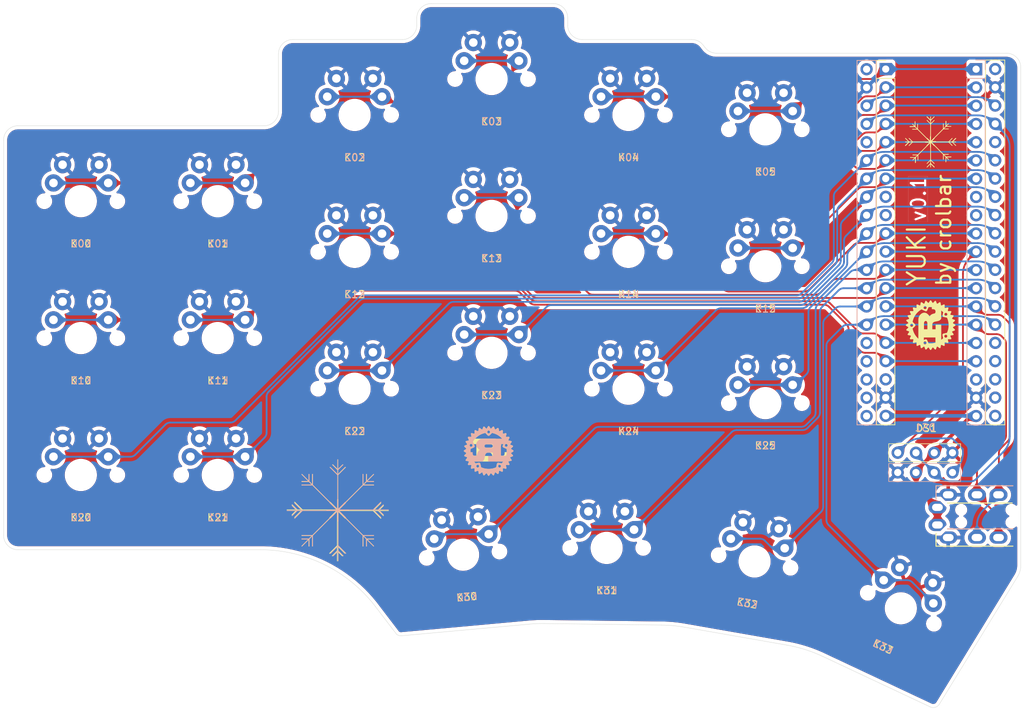
<source format=kicad_pcb>
(kicad_pcb (version 20240108) (generator "pcbnew") (generator_version "8.0")
  (title_block (title "YUKI") (date "2024-04-07") (rev "V0.1") (company "Author: crolbar"))
  (layers (0 "F.Cu" signal) (31 "B.Cu" signal) (34 "B.Paste" user) (35 "F.Paste" user) (36 "B.SilkS" user "B.Silkscreen") (37 "F.SilkS" user "F.Silkscreen") (38 "B.Mask" user) (39 "F.Mask" user) (44 "Edge.Cuts" user))
  (net 0 "")
  (net 1 "/RX")
  (net 2 "GND")
  (net 3 "+3V3")
  (net 4 "/TX")
  (net 5 "/k00")
  (net 6 "/k10")
  (net 7 "/k20")
  (net 8 "/k01")
  (net 9 "/k11")
  (net 10 "/k21")
  (net 11 "/k02")
  (net 12 "/k12")
  (net 13 "/k22")
  (net 14 "/k03")
  (net 15 "/k13")
  (net 16 "/k23")
  (net 17 "/k30")
  (net 18 "/k04")
  (net 19 "/k14")
  (net 20 "/k24")
  (net 21 "/k31")
  (net 22 "/k05")
  (net 23 "/k15")
  (net 24 "/k25")
  (net 25 "/k32")
  (net 26 "/k33")
  (net 27 "/SCL")
  (net 28 "/SDA")
  (footprint "YUKI:SNOWFLAKE_SMALL" (layer "F.Cu") (at 187 61.75)
    (property "Reference" "REF**" (hide yes))
    (property "Value" "SNOWFLAKE_SMALL" (hide yes))
  )
  (footprint "YUKI:CherryMX_rev" (layer "F.Cu") (at 87.8 89.05)
    (property "Reference" "K11" (hide yes))
    (property "Value" "KEYSW" (hide yes))
  )
  (footprint "YUKI:CherryMX_rev" (layer "F.Cu") (at 68.75 89.05)
    (property "Reference" "K10" (hide yes))
    (property "Value" "KEYSW" (hide yes))
  )
  (footprint "YUKI:CherryMX_rev" (layer "F.Cu") (at 164 79.05)
    (property "Reference" "K15" (hide yes))
    (property "Value" "KEYSW" (hide yes))
  )
  (footprint "YUKI:RUST_GEAR" (layer "F.Cu") (at 187 87.25 90)
    (property "Reference" "G***" (hide yes))
    (property "Value" "LOGO" (hide yes))
  )
  (footprint "YUKI:CherryMX_rev" (layer "F.Cu") (at 87.8 108.1)
    (property "Reference" "K21" (hide yes))
    (property "Value" "KEYSW" (hide yes))
  )
  (footprint "YUKI:CherryMX_rev" (layer "F.Cu") (at 164 98.1)
    (property "Reference" "K25" (hide yes))
    (property "Value" "KEYSW" (hide yes))
  )
  (footprint "YUKI:CherryMX_rev" (layer "F.Cu") (at 182.854044 126.646901 -25)
    (property "Reference" "K33" (hide yes))
    (property "Value" "KEYSW" (hide yes))
  )
  (footprint "YUKI:CherryMX_rev" (layer "F.Cu") (at 141.92 118.25)
    (property "Reference" "K31" (hide yes))
    (property "Value" "KEYSW" (hide yes))
  )
  (footprint "YUKI:CherryMX_rev" (layer "F.Cu") (at 106.85 96.1)
    (property "Reference" "K22" (hide yes))
    (property "Value" "KEYSW" (hide yes))
  )
  (footprint "YUKI:SNOWFLAKE" (layer "F.Cu") (at 104.5 113)
    (property "Reference" "REF**" (hide yes))
    (property "Value" "SNOWFLAKE" (hide yes))
  )
  (footprint "YUKI:CherryMX_rev" (layer "F.Cu") (at 162.502823 120.132133 -10)
    (property "Reference" "K32" (hide yes))
    (property "Value" "KEYSW" (hide yes))
  )
  (footprint "YUKI:CherryMX_rev" (layer "F.Cu") (at 106.85 77.05)
    (property "Reference" "K12" (hide yes))
    (property "Value" "KEYSW" (hide yes))
  )
  (footprint "YUKI:CherryMX_rev" (layer "F.Cu") (at 68.75 70)
    (property "Reference" "K00" (hide yes))
    (property "Value" "KEYSW" (hide yes))
  )
  (footprint "YUKI:YUKI_YAAJ_WeAct_BlackPill_2" (layer "F.Cu") (at 178.21 51.61)
    (property "Reference" "U1" (hide yes))
    (property "Value" "YAAJ_WeAct_BlackPill_Part_Like" (hide yes))
  )
  (footprint "YUKI:CherryMX_rev" (layer "F.Cu") (at 144.95 96.1)
    (property "Reference" "K24" (hide yes))
    (property "Value" "KEYSW" (hide yes))
  )
  (footprint "YUKI:MJ-4PP-9_Cantor_MX_TX-RX_Crossover" (layer "F.Cu") (at 199.75 114.7 -90)
    (property "Reference" "J1")
    (property "Value" "TRRS" (hide yes))
  )
  (footprint "YUKI:OLED" (layer "F.Cu") (at 185.92 106.5)
    (property "Reference" "DS1")
    (property "Value" "OLED")
  )
  (footprint "YUKI:CherryMX_rev" (layer "F.Cu") (at 121.939331 119.192751 5)
    (property "Reference" "K30" (hide yes))
    (property "Value" "KEYSW" (hide yes))
  )
  (footprint "YUKI:CherryMX_rev" (layer "F.Cu") (at 106.85 58)
    (property "Reference" "K02" (hide yes))
    (property "Value" "KEYSW" (hide yes))
  )
  (footprint "YUKI:CherryMX_rev" (layer "F.Cu") (at 125.9 91.1)
    (property "Reference" "K23" (hide yes))
    (property "Value" "KEYSW" (hide yes))
  )
  (footprint "YUKI:CherryMX_rev" (layer "F.Cu") (at 164 60)
    (property "Reference" "K05" (hide yes))
    (property "Value" "KEYSW" (hide yes))
  )
  (footprint "YUKI:CherryMX_rev" (layer "F.Cu") (at 125.9 72.05)
    (property "Reference" "K13" (hide yes))
    (property "Value" "KEYSW" (hide yes))
  )
  (footprint "YUKI:RUST_GEAR" (layer "F.Cu") (at 125.5 104.75)
    (property "Reference" "G***" (hide yes))
    (property "Value" "LOGO" (hide yes))
  )
  (footprint "YUKI:CherryMX_rev" (layer "F.Cu") (at 144.95 58)
    (property "Reference" "K04" (hide yes))
    (property "Value" "KEYSW" (hide yes))
  )
  (footprint "YUKI:CherryMX_rev" (layer "F.Cu") (at 144.95 77.05)
    (property "Reference" "K14" (hide yes))
    (property "Value" "KEYSW" (hide yes))
  )
  (footprint "YUKI:CherryMX_rev" (layer "F.Cu") (at 125.9 53)
    (property "Reference" "K03" (hide yes))
    (property "Value" "KEYSW" (hide yes))
  )
  (footprint "YUKI:CherryMX_rev" (layer "F.Cu") (at 87.8 70)
    (property "Reference" "K01" (hide yes))
    (property "Value" "KEYSW" (hide yes))
  )
  (footprint "YUKI:CherryMX_rev" (layer "F.Cu") (at 68.75 108.1)
    (property "Reference" "K20" (hide yes))
    (property "Value" "KEYSW" (hide yes))
  )
  (footprint "YUKI:RUST_GEAR" (layer "B.Cu") (at 125.5 104.75 180)
    (property "Reference" "G***" (hide yes))
    (property "Value" "LOGO" (hide yes))
  )
  (footprint "YUKI:SNOWFLAKE" (layer "B.Cu") (at 104.5 113 180)
    (property "Reference" "REF**" (hide yes))
    (property "Value" "SNOWFLAKE" (hide yes))
  )
  (gr_arc (start 60 118.5) (mid 58.585786 117.914214) (end 58 116.5) (stroke (width 0.05)) (layer "Edge.Cuts"))
  (gr_line (start 113.382929 130.465188) (end 131.166257 128.848522) (stroke (width 0.05)) (layer "Edge.Cuts"))
  (gr_arc (start 149.562756 128.978255) (mid 151.163475 129.063106) (end 152.752257 129.275876) (stroke (width 0.05)) (layer "Edge.Cuts"))
  (gr_arc (start 115.5 45.5) (mid 114.914214 46.914214) (end 113.5 47.5) (stroke (width 0.05)) (layer "Edge.Cuts"))
  (gr_arc (start 138.5 47.5) (mid 137.085786 46.914214) (end 136.5 45.5) (stroke (width 0.05)) (layer "Edge.Cuts"))
  (gr_arc (start 134.5 42.5) (mid 135.914214 43.085786) (end 136.5 44.5) (stroke (width 0.05)) (layer "Edge.Cuts"))
  (gr_line (start 60 118.5) (end 93.754447 118.5) (stroke (width 0.05)) (layer "Edge.Cuts"))
  (gr_line (start 113.5 47.5) (end 98.25 47.5) (stroke (width 0.05)) (layer "Edge.Cuts"))
  (gr_arc (start 115.5 44.5) (mid 116.085786 43.085786) (end 117.5 42.5) (stroke (width 0.05)) (layer "Edge.Cuts"))
  (gr_line (start 115.5 44.5) (end 115.5 45.5) (stroke (width 0.05)) (layer "Edge.Cuts"))
  (gr_line (start 94.25 59.5) (end 60 59.5) (stroke (width 0.05)) (layer "Edge.Cuts"))
  (gr_line (start 100.079002 119.526334) (end 100.160119 119.553373) (stroke (width 0.05)) (layer "Edge.Cuts"))
  (gr_line (start 197.55 49.4) (end 157.200888 49.4) (stroke (width 0.05)) (layer "Edge.Cuts"))
  (gr_arc (start 166.980714 131.765374) (mid 169.563812 132.396795) (end 172.040314 133.365312) (stroke (width 0.05)) (layer "Edge.Cuts"))
  (gr_arc (start 96.25 57.5) (mid 95.664214 58.914214) (end 94.25 59.5) (stroke (width 0.05)) (layer "Edge.Cuts"))
  (gr_arc (start 93.754447 118.5) (mid 96.958092 118.758251) (end 100.079002 119.526334) (stroke (width 0.05)) (layer "Edge.Cuts"))
  (gr_arc (start 153.768353 47.5) (mid 154.649575 47.704604) (end 155.350496 48.276553) (stroke (width 0.05)) (layer "Edge.Cuts"))
  (gr_line (start 136.5 45.5) (end 136.5 44.5) (stroke (width 0.05)) (layer "Edge.Cuts"))
  (gr_line (start 153.768353 47.5) (end 138.5 47.5) (stroke (width 0.05)) (layer "Edge.Cuts"))
  (gr_line (start 112.692393 130.269295) (end 109.734557 126.393531) (stroke (width 0.05)) (layer "Edge.Cuts"))
  (gr_line (start 199.55 51.4) (end 199.55 120.661049) (stroke (width 0.05)) (layer "Edge.Cuts"))
  (gr_arc (start 100.160119 119.553373) (mid 105.461764 122.25339) (end 109.734557 126.393531) (stroke (width 0.05)) (layer "Edge.Cuts"))
  (gr_line (start 172.040314 133.365312) (end 186.939236 140.367139) (stroke (width 0.05)) (layer "Edge.Cuts"))
  (gr_line (start 96.25 49.5) (end 96.25 57.5) (stroke (width 0.05)) (layer "Edge.Cuts"))
  (gr_line (start 188.218719 139.985654) (end 199.113456 122.219475) (stroke (width 0.05)) (layer "Edge.Cuts"))
  (gr_line (start 133.23443 128.768044) (end 149.562756 128.978255) (stroke (width 0.05)) (layer "Edge.Cuts"))
  (gr_line (start 152.752257 129.275876) (end 166.980714 131.765374) (stroke (width 0.05)) (layer "Edge.Cuts"))
  (gr_line (start 134.5 42.5) (end 117.5 42.5) (stroke (width 0.05)) (layer "Edge.Cuts"))
  (gr_arc (start 197.55 49.4) (mid 198.964214 49.985786) (end 199.55 51.4) (stroke (width 0.05)) (layer "Edge.Cuts"))
  (gr_arc (start 58 61.5) (mid 58.585786 60.085786) (end 60 59.5) (stroke (width 0.05)) (layer "Edge.Cuts"))
  (gr_arc (start 96.25 49.5) (mid 96.835786 48.085786) (end 98.25 47.5) (stroke (width 0.05)) (layer "Edge.Cuts"))
  (gr_arc (start 131.166257 128.848522) (mid 132.199302 128.781511) (end 133.23443 128.768044) (stroke (width 0.05)) (layer "Edge.Cuts"))
  (gr_arc (start 113.382929 130.465188) (mid 113.019479 130.431333) (end 112.692393 130.269295) (stroke (width 0.05)) (layer "Edge.Cuts"))
  (gr_line (start 58 61.5) (end 58 116.5) (stroke (width 0.05)) (layer "Edge.Cuts"))
  (gr_line (start 155.618745 48.623448) (end 155.350496 48.276553) (stroke (width 0.05)) (layer "Edge.Cuts"))
  (gr_arc (start 188.218719 139.985654) (mid 187.651965 140.421231) (end 186.939236 140.367139) (stroke (width 0.05)) (layer "Edge.Cuts"))
  (gr_arc (start 157.200888 49.4) (mid 156.319666 49.195396) (end 155.618745 48.623448) (stroke (width 0.05)) (layer "Edge.Cuts"))
  (gr_arc (start 199.55 120.661049) (mid 199.438803 121.470256) (end 199.113456 122.219475) (stroke (width 0.05)) (layer "Edge.Cuts"))
  (gr_text "v0.1" (at 186.5 73 90) (layer "F.Cu" knockout) (effects (font (size 2 2) (thickness 0.3)) (justify left bottom)))
  (gr_text "by crolbar\n" (at 190 82 90) (layer "F.SilkS") (effects (font (size 2 2) (thickness 0.3)) (justify left bottom)))
  (gr_text "DS1" (at 186.4 101.6 0) (layer "F.SilkS") (effects (font (size 1 1))))
  (gr_text "YUKI" (at 186.5 82 90) (layer "F.SilkS") (effects (font (size 2.5 2.5) (thickness 0.3)) (justify left bottom)))
  (segment (start 197.5 102.585786) (end 197.5 89.828428) (width 0.25) (layer "F.Cu") (net 1))
  (segment (start 193.45 110.85) (end 193.45 110.957274) (width 0.2) (layer "F.Cu") (net 1))
  (segment (start 196.171572 88.5) (end 195.054214 88.5) (width 0.25) (layer "F.Cu") (net 1))
  (segment (start 194.035787 106.464213) (end 197.207107 103.292893) (width 0.25) (layer "F.Cu") (net 1))
  (segment (start 193.45 110.85) (end 193.45 107.878427) (width 0.25) (layer "F.Cu") (net 1))
  (segment (start 195.57132 112.97132) (end 193.45 110.85) (width 0.25) (layer "F.Cu") (net 1))
  (segment (start 194.347107 88.207107) (end 193.33 87.19) (width 0.25) (layer "F.Cu") (net 1))
  (segment (start 196.45 116.8) (end 196.45 115.092641) (width 0.25) (layer "F.Cu") (net 1))
  (segment (start 197.207107 89.121321) (end 196.878679 88.792893) (width 0.25) (layer "F.Cu") (net 1))
  (arc (start 195.57132 112.97132) (mid 196.221639 113.94459) (end 196.45 115.092641) (width 0.25) (layer "F.Cu") (net 1))
  (arc (start 197.5 89.828428) (mid 197.42388 89.445745) (end 197.207107 89.121321) (width 0.25) (layer "F.Cu") (net 1))
  (arc (start 195.054214 88.5) (mid 194.67153 88.42388) (end 194.347107 88.207107) (width 0.25) (layer "F.Cu") (net 1))
  (arc (start 193.45 107.878427) (mid 193.602241 107.11306) (end 194.035787 106.464213) (width 0.25) (layer "F.Cu") (net 1))
  (arc (start 196.878679 88.792893) (mid 196.554256 88.57612) (end 196.171572 88.5) (width 0.25) (layer "F.Cu") (net 1))
  (arc (start 197.207107 103.292893) (mid 197.42388 102.96847) (end 197.5 102.585786) (width 0.25) (layer "F.Cu") (net 1))
  (segment (start 193.31 87.17) (end 193.33 87.19) (width 0.25) (layer "B.Cu") (net 1))
  (segment (start 180.75 87.17) (end 193.31 87.17) (width 0.25) (layer "B.Cu") (net 1))
  (segment (start 187.5 105.21) (end 187.5 105) (width 0.2) (layer "F.Cu") (net 3))
  (segment (start 184.96 107.75) (end 184.96 108.367359) (width 0.2) (layer "F.Cu") (net 3))
  (segment (start 184.96 107.54) (end 187.5 105) (width 0.5) (layer "F.Cu") (net 3))
  (segment (start 187.5 105) (end 192.61 99.89) (width 0.5) (layer "F.Cu") (net 3))
  (segment (start 187.95 115.05) (end 187.95 112.6) (width 0.5) (layer "F.Cu") (net 3))
  (segment (start 187.5 105) (end 188 105) (width 0.2) (layer "F.Cu") (net 3))
  (segment (start 192.61 99.89) (end 193.33 99.89) (width 0.5) (layer "F.Cu") (net 3))
  (segment (start 187.95 112.6) (end 185.838679 110.488679) (width 0.5) (layer "F.Cu") (net 3))
  (segment (start 193.11 99.89) (end 193.33 99.89) (width 0.2) (layer "F.Cu") (net 3))
  (segment (start 184.96 108.367359) (end 184.96 107.75) (width 0.5) (layer "F.Cu") (net 3))
  (segment (start 184.96 107.75) (end 184.96 107.54) (width 0.5) (layer "F.Cu") (net 3))
  (arc (start 184.96 108.367359) (mid 185.188361 109.515409) (end 185.838679 110.488679) (width 0.5) (layer "F.Cu") (net 3))
  (segment (start 195.69368 56.39368) (end 195.99 56.69) (width 0.25) (layer "B.Cu") (net 3))
  (segment (start 178.09 56.71) (end 178.406321 56.393679) (width 0.25) (layer "B.Cu") (net 3))
  (segment (start 193.31 99.87) (end 180.75 99.87) (width 0.5) (layer "B.Cu") (net 3))
  (segment (start 180.527641 55.515) (end 193.572359 55.515) (width 0.25) (layer "B.Cu") (net 3))
  (segment (start 178.09 56.71) (end 178.381321 56.418679) (width 0.2) (layer "B.Cu") (net 3))
  (segment (start 195.71868 56.41868) (end 195.99 56.69) (width 0.2) (layer "B.Cu") (net 3))
  (segment (start 193.33 99.89) (end 193.31 99.87) (width 0.2) (layer "B.Cu") (net 3))
  (arc (start 193.572359 55.515) (mid 194.72041 55.743362) (end 195.69368 56.39368) (width 0.25) (layer "B.Cu") (net 3))
  (arc (start 178.406321 56.393679) (mid 179.379591 55.743361) (end 180.527641 55.515) (width 0.25) (layer "B.Cu") (net 3))
  (segment (start 197.097893 86.097893) (end 197.707107 86.707107) (width 0.25) (layer "F.Cu") (net 4))
  (segment (start 196.5 105.05061) (end 196.5 110.8) (width 0.25) (layer "F.Cu") (net 4))
  (segment (start 197.707107 103.429289) (end 196.792893 104.343503) (width 0.25) (layer "F.Cu") (net 4))
  (segment (start 198 87.414214) (end 198 102.722182) (width 0.25) (layer "F.Cu") (net 4))
  (segment (start 196.5 110.8) (end 196.45 110.85) (width 0.25) (layer "F.Cu") (net 4))
  (segment (start 193.33 84.65) (end 194.192107 85.512107) (width 0.25) (layer "F.Cu") (net 4))
  (segment (start 194.899214 85.805) (end 196.390786 85.805) (width 0.25) (layer "F.Cu") (net 4))
  (arc (start 197.707107 86.707107) (mid 197.92388 87.03153) (end 198 87.414214) (width 0.25) (layer "F.Cu") (net 4))
  (arc (start 194.192107 85.512107) (mid 194.51653 85.72888) (end 194.899214 85.805) (width 0.25) (layer "F.Cu") (net 4))
  (arc (start 197.707107 103.429289) (mid 197.92388 103.104866) (end 198 102.722182) (width 0.25) (layer "F.Cu") (net 4))
  (arc (start 196.792893 104.343503) (mid 196.57612 104.667926) (end 196.5 105.05061) (width 0.25) (layer "F.Cu") (net 4))
  (arc (start 197.097893 86.097893) (mid 196.77347 85.88112) (end 196.390786 85.805) (width 0.25) (layer "F.Cu") (net 4))
  (segment (start 193.45 116.8) (end 193.45 115.092641) (width 0.25) (layer "B.Cu") (net 4))
  (segment (start 193.31 84.63) (end 193.33 84.65) (width 0.25) (layer "B.Cu") (net 4))
  (segment (start 194.32868 112.97132) (end 196.45 110.85) (width 0.25) (layer "B.Cu") (net 4))
  (segment (start 180.75 84.63) (end 193.31 84.63) (width 0.25) (layer "B.Cu") (net 4))
  (arc (start 193.45 115.092641) (mid 193.678362 113.94459) (end 194.32868 112.97132) (width 0.25) (layer "B.Cu") (net 4))
  (segment (start 176.376978 65.092893) (end 176.496192 65.212107) (width 0.25) (layer "F.Cu") (net 5))
  (segment (start 102.783114 64.8) (end 175.669871 64.8) (width 0.25) (layer "F.Cu") (net 5))
  (segment (start 177.203299 65.505) (end 179.140786 65.505) (width 0.25) (layer "F.Cu") (net 5))
  (segment (start 94.461793 72.707107) (end 102.076007 65.092893) (width 0.25) (layer "F.Cu") (net 5))
  (segment (start 75.645786 67.46) (end 72.56 67.46) (width 0.25) (layer "F.Cu") (net 5))
  (segment (start 81.307107 72.707107) (end 76.352893 67.752893) (width 0.25) (layer "F.Cu") (net 5))
  (segment (start 179.847893 65.212107) (end 180.75 64.31) (width 0.25) (layer "F.Cu") (net 5))
  (segment (start 82.014214 73) (end 93.754686 73) (width 0.25) (layer "F.Cu") (net 5))
  (arc (start 102.076007 65.092893) (mid 102.40043 64.87612) (end 102.783114 64.8) (width 0.25) (layer "F.Cu") (net 5))
  (arc (start 93.754686 73) (mid 94.13737 72.92388) (end 94.461793 72.707107) (width 0.25) (layer "F.Cu") (net 5))
  (arc (start 175.669871 64.8) (mid 176.052555 64.87612) (end 176.376978 65.092893) (width 0.25) (layer "F.Cu") (net 5))
  (arc (start 75.645786 67.46) (mid 76.028469 67.53612) (end 76.352893 67.752893) (width 0.25) (layer "F.Cu") (net 5))
  (arc (start 176.496192 65.212107) (mid 176.820615 65.42888) (end 177.203299 65.505) (width 0.25) (layer "F.Cu") (net 5))
  (arc (start 179.140786 65.505) (mid 179.523469 65.42888) (end 179.847893 65.212107) (width 0.25) (layer "F.Cu") (net 5))
  (arc (start 82.014214 73) (mid 81.631531 72.92388) (end 81.307107 72.707107) (width 0.25) (layer "F.Cu") (net 5))
  (segment (start 72.56 67.46) (end 64.94 67.46) (width 0.25) (layer "B.Cu") (net 5))
  (segment (start 193.31 64.31) (end 193.33 64.33) (width 0.25) (layer "B.Cu") (net 5))
  (segment (start 180.75 64.31) (end 193.31 64.31) (width 0.25) (layer "B.Cu") (net 5))
  (segment (start 175.588909 88.774695) (end 175.588909 87.839519) (width 0.25) (layer "F.Cu") (net 6))
  (segment (start 172.14939 84.4) (end 131.941422 84.4) (width 0.25) (layer "F.Cu") (net 6))
  (segment (start 177.202107 90.802107) (end 175.881802 89.481802) (width 0.25) (layer "F.Cu") (net 6))
  (segment (start 131.234315 84.107107) (end 129.870101 82.742893) (width 0.25) (layer "F.Cu") (net 6))
  (segment (start 105.257107 82.742893) (end 94.692893 93.307107) (width 0.25) (layer "F.Cu") (net 6))
  (segment (start 180.75 92.25) (end 179.887893 91.387893) (width 0.25) (layer "F.Cu") (net 6))
  (segment (start 129.162994 82.45) (end 105.964214 82.45) (width 0.25) (layer "F.Cu") (net 6))
  (segment (start 93.985786 93.6) (end 83.414214 93.6) (width 0.25) (layer "F.Cu") (net 6))
  (segment (start 82.707107 93.307107) (end 76.202893 86.802893) (width 0.25) (layer "F.Cu") (net 6))
  (segment (start 75.495786 86.51) (end 72.56 86.51) (width 0.25) (layer "F.Cu") (net 6))
  (segment (start 175.296016 87.132412) (end 172.856497 84.692893) (width 0.25) (layer "F.Cu") (net 6))
  (segment (start 179.180786 91.095) (end 177.909214 91.095) (width 0.25) (layer "F.Cu") (net 6))
  (arc (start 105.964214 82.45) (mid 105.581531 82.52612) (end 105.257107 82.742893) (width 0.25) (layer "F.Cu") (net 6))
  (arc (start 129.870101 82.742893) (mid 129.545677 82.52612) (end 129.162994 82.45) (width 0.25) (layer "F.Cu") (net 6))
  (arc (start 131.941422 84.4) (mid 131.558739 84.32388) (end 131.234315 84.107107) (width 0.25) (layer "F.Cu") (net 6))
  (arc (start 179.887893 91.387893) (mid 179.56347 91.17112) (end 179.180786 91.095) (width 0.25) (layer "F.Cu") (net 6))
  (arc (start 76.202893 86.802893) (mid 75.87847 86.58612) (end 75.495786 86.51) (width 0.25) (layer "F.Cu") (net 6))
  (arc (start 175.588909 87.839519) (mid 175.512789 87.456836) (end 175.296016 87.132412) (width 0.25) (layer "F.Cu") (net 6))
  (arc (start 177.909214 91.095) (mid 177.526531 91.01888) (end 177.202107 90.802107) (width 0.25) (layer "F.Cu") (net 6))
  (arc (start 172.856497 84.692893) (mid 172.532073 84.47612) (end 172.14939 84.4) (width 0.25) (layer "F.Cu") (net 6))
  (arc (start 83.414214 93.6) (mid 83.03153 93.52388) (end 82.707107 93.307107) (width 0.25) (layer "F.Cu") (net 6))
  (arc (start 94.692893 93.307107) (mid 94.368469 93.52388) (end 93.985786 93.6) (width 0.25) (layer "F.Cu") (net 6))
  (arc (start 175.881802 89.481802) (mid 175.665029 89.157379) (end 175.588909 88.774695) (width 0.25) (layer "F.Cu") (net 6))
  (segment (start 180.75 92.25) (end 193.31 92.25) (width 0.25) (layer "B.Cu") (net 6))
  (segment (start 193.31 92.25) (end 193.33 92.27) (width 0.25) (layer "B.Cu") (net 6))
  (segment (start 72.56 86.51) (end 64.94 86.51) (width 0.25) (layer "B.Cu") (net 6))
  (segment (start 180.527641 63.135) (end 193.572359 63.135) (width 0.25) (layer "B.Cu") (net 7))
  (segment (start 169.047309 82.807107) (end 173.234315 78.620101) (width 0.25) (layer "B.Cu") (net 7))
  (segment (start 173.820101 68.599899) (end 178.09 64.33) (width 0.25) (layer "B.Cu") (net 7))
  (segment (start 178.09 64.33) (end 178.381321 64.038679) (width 0.2) (layer "B.Cu") (net 7))
  (segment (start 72.56 105.56) (end 72.56 105.94) (width 0.25) (layer "B.Cu") (net 7))
  (segment (start 178.09 64.33) (end 178.406321 64.013679) (width 0.25) (layer "B.Cu") (net 7))
  (segment (start 195.69368 64.01368) (end 195.99 64.31) (width 0.25) (layer "B.Cu") (net 7))
  (segment (start 81.214214 100.8) (end 89.54939 100.8) (width 0.25) (layer "B.Cu") (net 7))
  (segment (start 173.527208 77.912994) (end 173.527208 69.307006) (width 0.25) (layer "B.Cu") (net 7))
  (segment (start 90.256497 100.507107) (end 107.370711 83.392893) (width 0.25) (layer "B.Cu") (net 7))
  (segment (start 72.56 105.56) (end 64.94 105.56) (width 0.25) (layer "B.Cu") (net 7))
  (segment (start 108.077818 83.1) (end 168.340202 83.1) (width 0.25) (layer "B.Cu") (net 7))
  (segment (start 195.71868 64.03868) (end 195.99 64.31) (width 0.2) (layer "B.Cu") (net 7))
  (segment (start 76.332893 105.267107) (end 80.507107 101.092893) (width 0.25) (layer "B.Cu") (net 7))
  (segment (start 72.56 105.56) (end 75.625786 105.56) (width 0.25) (layer "B.Cu") (net 7))
  (segment (start 72.56 105.94) (end 72.5 106) (width 0.25) (layer "B.Cu") (net 7))
  (arc (start 76.332893 105.267107) (mid 76.00847 105.48388) (end 75.625786 105.56) (width 0.25) (layer "B.Cu") (net 7))
  (arc (start 168.340202 83.1) (mid 168.722886 83.02388) (end 169.047309 82.807107) (width 0.25) (layer "B.Cu") (net 7))
  (arc (start 90.256497 100.507107) (mid 89.932074 100.72388) (end 89.54939 100.8) (width 0.25) (layer "B.Cu") (net 7))
  (arc (start 81.214214 100.8) (mid 80.831531 100.87612) (end 80.507107 101.092893) (width 0.25) (layer "B.Cu") (net 7))
  (arc (start 107.370711 83.392893) (mid 107.695134 83.17612) (end 108.077818 83.1) (width 0.25) (layer "B.Cu") (net 7))
  (arc (start 173.234315 78.620101) (mid 173.451088 78.295678) (end 173.527208 77.912994) (width 0.25) (layer "B.Cu") (net 7))
  (arc (start 180.527641 63.135) (mid 179.379591 63.363361) (end 178.406321 64.013679) (width 0.25) (layer "B.Cu") (net 7))
  (arc (start 173.527208 69.307006) (mid 173.603328 68.924322) (end 173.820101 68.599899) (width 0.25) (layer "B.Cu") (net 7))
  (arc (start 193.572359 63.135) (mid 194.72041 63.363362) (end 195.69368 64.01368) (width 0.25) (layer "B.Cu") (net 7))
  (segment (start 179.204088 62.998073) (end 179.396915 62.95972) (width 0.25) (layer "F.Cu") (net 8))
  (segment (start 179.812893 62.707107) (end 180.75 61.77) (width 0.25) (layer "F.Cu") (net 8))
  (segment (start 179.742026 62.77526) (end 179.812893 62.707107) (width 0.25) (layer "F.Cu") (net 8))
  (segment (start 179.578554 62.884485) (end 179.742026 62.77526) (width 0.25) (layer "F.Cu") (net 8))
  (segment (start 91.61 67.46) (end 94.427107 64.642893) (width 0.25) (layer "F.Cu") (net 8))
  (segment (start 177.130355 62.998073) (end 179.204088 62.998073) (width 0.25) (layer "F.Cu") (net 8))
  (segment (start 95.134214 64.35) (end 174.95 64.35) (width 0.25) (layer "F.Cu") (net 8))
  (segment (start 175.657107 64.057107) (end 176.423248 63.290966) (width 0.25) (layer "F.Cu") (net 8))
  (segment (start 179.396915 62.95972) (end 179.578554 62.884485) (width 0.25) (layer "F.Cu") (net 8))
  (arc (start 177.130355 62.998073) (mid 176.747672 63.074193) (end 176.423248 63.290966) (width 0.25) (layer "F.Cu") (net 8))
  (arc (start 95.134214 64.35) (mid 94.751531 64.42612) (end 94.427107 64.642893) (width 0.25) (layer "F.Cu") (net 8))
  (arc (start 174.95 64.35) (mid 175.332683 64.27388) (end 175.657107 64.057107) (width 0.25) (layer "F.Cu") (net 8))
  (segment (start 91.61 67.46) (end 83.99 67.46) (width 0.25) (layer "B.Cu") (net 8))
  (segment (start 193.31 61.77) (end 193.33 61.79) (width 0.25) (layer "B.Cu") (net 8))
  (segment (start 180.75 61.77) (end 193.31 61.77) (width 0.25) (layer "B.Cu") (net 8))
  (segment (start 132.091422 83.913604) (end 172.29939 83.913604) (width 0.25) (layer "F.Cu") (net 9))
  (segment (start 173.006497 84.206497) (end 176.907107 88.107107) (width 0.25) (layer "F.Cu") (net 9))
  (segment (start 130.056497 82.292893) (end 131.384315 83.620711) (width 0.25) (layer "F.Cu") (net 9))
  (segment (start 96.534214 82) (end 129.34939 82) (width 0.25) (layer "F.Cu") (net 9))
  (segment (start 91.61 86.51) (end 95.827107 82.292893) (width 0.25) (layer "F.Cu") (net 9))
  (segment (start 177.614214 88.4) (end 179.025786 88.4) (width 0.25) (layer "F.Cu") (net 9))
  (segment (start 179.732893 88.692893) (end 180.75 89.71) (width 0.25) (layer "F.Cu") (net 9))
  (arc (start 173.006497 84.206497) (mid 172.682074 83.989724) (end 172.29939 83.913604) (width 0.25) (layer "F.Cu") (net 9))
  (arc (start 179.732893 88.692893) (mid 179.40847 88.47612) (end 179.025786 88.4) (width 0.25) (layer "F.Cu") (net 9))
  (arc (start 131.384315 83.620711) (mid 131.708738 83.837484) (end 132.091422 83.913604) (width 0.25) (layer "F.Cu") (net 9))
  (arc (start 96.534214 82) (mid 96.151531 82.07612) (end 95.827107 82.292893) (width 0.25) (layer "F.Cu") (net 9))
  (arc (start 129.34939 82) (mid 129.732073 82.07612) (end 130.056497 82.292893) (width 0.25) (layer "F.Cu") (net 9))
  (arc (start 177.614214 88.4) (mid 177.231531 88.32388) (end 176.907107 88.107107) (width 0.25) (layer "F.Cu") (net 9))
  (segment (start 180.75 89.71) (end 193.31 89.71) (width 0.25) (layer "B.Cu") (net 9))
  (segment (start 193.31 89.71) (end 193.33 89.73) (width 0.25) (layer "B.Cu") (net 9))
  (segment (start 91.61 86.51) (end 83.99 86.51) (width 0.25) (layer "B.Cu") (net 9))
  (segment (start 178.09 66.87) (end 178.381321 66.578679) (width 0.2) (layer "B.Cu") (net 10))
  (segment (start 108.264214 83.55) (end 168.526598 83.55) (width 0.25) (layer "B.Cu") (net 10))
  (segment (start 91.865 105.305) (end 91.895 105.305) (width 0.25) (layer "B.Cu") (net 10))
  (segment (start 195.69368 66.55368) (end 195.99 66.85) (width 0.25) (layer "B.Cu") (net 10))
  (segment (start 174.292893 70.667107) (end 178.09 66.87) (width 0.25) (layer "B.Cu") (net 10))
  (segment (start 94.892893 96.507107) (end 107.557107 83.842893) (width 0.25) (layer "B.Cu") (net 10))
  (segment (start 91.61 105.56) (end 91.865 105.305) (width 0.25) (layer "B.Cu") (net 10))
  (segment (start 174 78.076598) (end 174 71.374214) (width 0.25) (layer "B.Cu") (net 10))
  (segment (start 91.895 105.305) (end 94.307107 102.892893) (width 0.25) (layer "B.Cu") (net 10))
  (segment (start 169.233705 83.257107) (end 173.707107 78.783705) (width 0.25) (layer "B.Cu") (net 10))
  (segment (start 83.99 105.56) (end 91.61 105.56) (width 0.25) (layer "B.Cu") (net 10))
  (segment (start 178.09 66.87) (end 178.406321 66.553679) (width 0.25) (layer "B.Cu") (net 10))
  (segment (start 180.527641 65.675) (end 193.572359 65.675) (width 0.25) (layer "B.Cu") (net 10))
  (segment (start 195.71868 66.57868) (end 195.99 66.85) (width 0.2) (layer "B.Cu") (net 10))
  (segment (start 94.6 102.185786) (end 94.6 97.214214) (width 0.25) (layer "B.Cu") (net 10))
  (arc (start 94.6 102.185786) (mid 94.52388 102.568469) (end 94.307107 102.892893) (width 0.25) (layer "B.Cu") (net 10))
  (arc (start 193.572359 65.675) (mid 194.72041 65.903362) (end 195.69368 66.55368) (width 0.25) (layer "B.Cu") (net 10))
  (arc (start 173.707107 78.783705) (mid 173.92388 78.459282) (end 174 78.076598) (width 0.25) (layer "B.Cu") (net 10))
  (arc (start 174 71.374214) (mid 174.07612 70.99153) (end 174.292893 70.667107) (width 0.25) (layer "B.Cu") (net 10))
  (arc (start 178.406321 66.553679) (mid 179.379591 65.903361) (end 180.527641 65.675) (width 0.25) (layer "B.Cu") (net 10))
  (arc (start 168.526598 83.55) (mid 168.909282 83.47388) (end 169.233705 83.257107) (width 0.25) (layer "B.Cu") (net 10))
  (arc (start 107.557107 83.842893) (mid 107.88153 83.62612) (end 108.264214 83.55) (width 0.25) (layer "B.Cu") (net 10))
  (arc (start 94.892893 96.507107) (mid 94.67612 96.83153) (end 94.6 97.214214) (width 0.25) (layer "B.Cu") (net 10))
  (segment (start 179.847893 60.132107) (end 180.75 59.23) (width 0.25) (layer "F.Cu") (net 11))
  (segment (start 110.66 55.46) (end 111.415845 56.215845) (width 0.25) (layer "F.Cu") (net 11))
  (segment (start 179.431915 60.38472) (end 179.613554 60.309485) (width 0.25) (layer "F.Cu") (net 11))
  (segment (start 179.140786 60.425) (end 179.239088 60.423073) (width 0.25) (layer "F.Cu") (net 11))
  (segment (start 174.611192 63.607107) (end 177.500406 60.717893) (width 0.25) (layer "F.Cu") (net 11))
  (segment (start 179.777026 60.20026) (end 179.847893 60.132107) (width 0.25) (layer "F.Cu") (net 11))
  (segment (start 178.109212 60.426936) (end 178.207513 60.425) (width 0.25) (layer "F.Cu") (net 11))
  (segment (start 177.500406 60.717893) (end 177.571279 60.649748) (width 0.25) (layer "F.Cu") (net 11))
  (segment (start 177.571279 60.649748) (end 177.734749 60.540523) (width 0.25) (layer "F.Cu") (net 11))
  (segment (start 179.239088 60.423073) (end 179.431915 60.38472) (width 0.25) (layer "F.Cu") (net 11))
  (segment (start 131.292893 56.492893) (end 138.407107 63.607107) (width 0.25) (layer "F.Cu") (net 11))
  (segment (start 178.207513 60.425) (end 179.140786 60.425) (width 0.25) (layer "F.Cu") (net 11))
  (segment (start 111.415845 56.215845) (end 130.798261 56.215845) (width 0.25) (layer "F.Cu") (net 11))
  (segment (start 177.916387 60.465289) (end 178.109212 60.426936) (width 0.25) (layer "F.Cu") (net 11))
  (segment (start 139.114214 63.9) (end 173.904085 63.9) (width 0.25) (layer "F.Cu") (net 11))
  (segment (start 177.734749 60.540523) (end 177.916387 60.465289) (width 0.25) (layer "F.Cu") (net 11))
  (segment (start 179.613554 60.309485) (end 179.777026 60.20026) (width 0.25) (layer "F.Cu") (net 11))
  (arc (start 138.407107 63.607107) (mid 138.73153 63.82388) (end 139.114214 63.9) (width 0.25) (layer "F.Cu") (net 11))
  (arc (start 173.904085 63.9) (mid 174.286768 63.82388) (end 174.611192 63.607107) (width 0.25) (layer "F.Cu") (net 11))
  (arc (start 130.798261 56.215845) (mid 131.065403 56.319539) (end 131.292893 56.492893) (width 0.25) (layer "F.Cu") (net 11))
  (segment (start 180.75 59.23) (end 193.31 59.23) (width 0.25) (layer "B.Cu") (net 11))
  (segment (start 110.66 55.46) (end 103.04 55.46) (width 0.25) (layer "B.Cu") (net 11))
  (segment (start 193.31 59.23) (end 193.33 59.25) (width 0.25) (layer "B.Cu") (net 11))
  (segment (start 179.669289 83.170711) (end 180.75 82.09) (width 0.25) (layer "F.Cu") (net 12))
  (segment (start 132.277818 83.463604) (end 178.962182 83.463604) (width 0.25) (layer "F.Cu") (net 12))
  (segment (start 110.66 74.51) (end 122.495786 74.51) (width 0.25) (layer "F.Cu") (net 12))
  (segment (start 123.202893 74.802893) (end 131.570711 83.170711) (width 0.25) (layer "F.Cu") (net 12))
  (arc (start 132.277818 83.463604) (mid 131.895135 83.387484) (end 131.570711 83.170711) (width 0.25) (layer "F.Cu") (net 12))
  (arc (start 122.495786 74.51) (mid 122.878469 74.58612) (end 123.202893 74.802893) (width 0.25) (layer "F.Cu") (net 12))
  (arc (start 178.962182 83.463604) (mid 179.344865 83.387484) (end 179.669289 83.170711) (width 0.25) (layer "F.Cu") (net 12))
  (segment (start 193.31 82.09) (end 193.33 82.11) (width 0.25) (layer "B.Cu") (net 12))
  (segment (start 110.66 74.51) (end 103.04 74.51) (width 0.25) (layer "B.Cu") (net 12))
  (segment (start 180.75 82.09) (end 193.31 82.09) (width 0.25) (layer "B.Cu") (net 12))
  (segment (start 110.66 93.56) (end 119.927107 84.292893) (width 0.25) (layer "B.Cu") (net 13))
  (segment (start 195.52368 68.92368) (end 195.99 69.39) (width 0.25) (layer "B.Cu") (net 13))
  (segment (start 120.634214 84) (end 168.712994 84) (width 0.25) (layer "B.Cu") (net 13))
  (segment (start 174.792893 72.707107) (end 178.09 69.41) (width 0.25) (layer "B.Cu") (net 13))
  (segment (start 169.420101 83.707107) (end 174.207107 78.920101) (width 0.25) (layer "B.Cu") (net 13))
  (segment (start 174.5 78.212994) (end 174.5 73.414214) (width 0.25) (layer "B.Cu") (net 13))
  (segment (start 178.09 69.41) (end 178.381321 69.118679) (width 0.2) (layer "B.Cu") (net 13))
  (segment (start 178.09 69.41) (end 178.576321 68.923679) (width 0.25) (layer "B.Cu") (net 13))
  (segment (start 110.66 93.56) (end 103.04 93.56) (width 0.25) (layer "B.Cu") (net 13))
  (segment (start 195.71868 69.11868) (end 195.99 69.39) (width 0.2) (layer "B.Cu") (net 13))
  (segment (start 180.697641 68.045) (end 193.402359 68.045) (width 0.25) (layer "B.Cu") (net 13))
  (arc (start 174.5 78.212994) (mid 174.42388 78.595677) (end 174.207107 78.920101) (width 0.25) (layer "B.Cu") (net 13))
  (arc (start 119.927107 84.292893) (mid 120.25153 84.07612) (end 120.634214 84) (width 0.25) (layer "B.Cu") (net 13))
  (arc (start 193.402359 68.045) (mid 194.55041 68.273362) (end 195.52368 68.92368) (width 0.25) (layer "B.Cu") (net 13))
  (arc (start 174.5 73.414214) (mid 174.57612 73.031531) (end 174.792893 72.707107) (width 0.25) (layer "B.Cu") (net 13))
  (arc (start 169.420101 83.707107) (mid 169.095678 83.92388) (end 168.712994 84) (width 0.25) (layer "B.Cu") (net 13))
  (arc (start 178.576321 68.923679) (mid 179.549591 68.273361) (end 180.697641 68.045) (width 0.25) (layer "B.Cu") (net 13))
  (segment (start 172.106978 63.157107) (end 176.971192 58.292893) (width 0.25) (layer "F.Cu") (net 14))
  (segment (start 139.30061 63.45) (end 171.399871 63.45) (width 0.25) (layer "F.Cu") (net 14))
  (segment (start 128.8 51.37) (end 128.8 52.94939) (width 0.25) (layer "F.Cu") (net 14))
  (segment (start 177.678299 58) (end 179.025786 58) (width 0.25) (layer "F.Cu") (net 14))
  (segment (start 129.71 50.46) (end 128.8 51.37) (width 0.25) (layer "F.Cu") (net 14))
  (segment (start 129.092893 53.656497) (end 138.593503 63.157107) (width 0.25) (layer "F.Cu") (net 14))
  (segment (start 179.732893 57.707107) (end 180.75 56.69) (width 0.25) (layer "F.Cu") (net 14))
  (arc (start 179.025786 58) (mid 179.40847 57.92388) (end 179.732893 57.707107) (width 0.25) (layer "F.Cu") (net 14))
  (arc (start 171.399871 63.45) (mid 171.782554 63.37388) (end 172.106978 63.157107) (width 0.25) (layer "F.Cu") (net 14))
  (arc (start 139.30061 63.45) (mid 138.917927 63.37388) (end 138.593503 63.157107) (width 0.25) (layer "F.Cu") (net 14))
  (arc (start 176.971192 58.292893) (mid 177.295616 58.07612) (end 177.678299 58) (width 0.25) (layer "F.Cu") (net 14))
  (arc (start 128.8 52.94939) (mid 128.87612 53.332073) (end 129.092893 53.656497) (width 0.25) (layer "F.Cu") (net 14))
  (segment (start 180.75 56.69) (end 193.31 56.69) (width 0.25) (layer "B.Cu") (net 14))
  (segment (start 129.71 50.46) (end 122.09 50.46) (width 0.25) (layer "B.Cu") (net 14))
  (segment (start 193.31 56.69) (end 193.33 56.71) (width 0.25) (layer "B.Cu") (net 14))
  (segment (start 129.71 69.51) (end 129.6 69.62) (width 0.25) (layer "F.Cu") (net 15))
  (segment (start 173.996277 80.8) (end 179.085786 80.8) (width 0.25) (layer "F.Cu") (net 15))
  (segment (start 179.792893 80.507107) (end 180.75 79.55) (width 0.25) (layer "F.Cu") (net 15))
  (segment (start 171.661352 82.720711) (end 173.28917 81.092893) (width 0.25) (layer "F.Cu") (net 15))
  (segment (start 129.425987 69.651487) (end 129.425987 72.417273) (width 0.25) (layer "F.Cu") (net 15))
  (segment (start 129.71888 73.12438) (end 139.315211 82.720711) (width 0.25) (layer "F.Cu") (net 15))
  (segment (start 140.022318 83.013604) (end 170.954245 83.013604) (width 0.25) (layer "F.Cu") (net 15))
  (arc (start 170.954245 83.013604) (mid 171.336929 82.937484) (end 171.661352 82.720711) (width 0.25) (layer "F.Cu") (net 15))
  (arc (start 173.28917 81.092893) (mid 173.613593 80.87612) (end 173.996277 80.8) (width 0.25) (layer "F.Cu") (net 15))
  (arc (start 139.315211 82.720711) (mid 139.639634 82.937484) (end 140.022318 83.013604) (width 0.25) (layer "F.Cu") (net 15))
  (arc (start 129.425987 72.417273) (mid 129.502107 72.799956) (end 129.71888 73.12438) (width 0.25) (layer "F.Cu") (net 15))
  (arc (start 179.085786 80.8) (mid 179.468469 80.72388) (end 179.792893 80.507107) (width 0.25) (layer "F.Cu") (net 15))
  (segment (start 180.75 79.55) (end 193.31 79.55) (width 0.25) (layer "B.Cu") (net 15))
  (segment (start 193.31 79.55) (end 193.33 79.57) (width 0.25) (layer "B.Cu") (net 15))
  (segment (start 122.09 69.51) (end 129.71 69.51) (width 0.25) (layer "B.Cu") (net 15))
  (segment (start 129.71 88.56) (end 133.527107 84.742893) (width 0.25) (layer "B.Cu") (net 16))
  (segment (start 134.234214 84.45) (end 168.89939 84.45) (width 0.25) (layer "B.Cu") (net 16))
  (segment (start 175.242893 74.797107) (end 178.09 71.95) (width 0.25) (layer "B.Cu") (net 16))
  (segment (start 178.09 71.95) (end 178.406321 71.633679) (width 0.25) (layer "B.Cu") (net 16))
  (segment (start 174.95 78.39939) (end 174.95 75.504214) (width 0.25) (layer "B.Cu") (net 16))
  (segment (start 195.69368 71.63368) (end 195.99 71.93) (width 0.25) (layer "B.Cu") (net 16))
  (segment (start 180.527641 70.755) (end 193.572359 70.755) (width 0.25) (layer "B.Cu") (net 16))
  (segment (start 195.71868 71.65868) (end 195.99 71.93) (width 0.2) (layer "B.Cu") (net 16))
  (segment (start 129.71 88.56) (end 122.09 88.56) (width 0.25) (layer "B.Cu") (net 16))
  (segment (start 169.606497 84.157107) (end 174.657107 79.106497) (width 0.25) (layer "B.Cu") (net 16))
  (segment (start 178.09 71.95) (end 178.381321 71.658679) (width 0.2) (layer "B.Cu") (net 16))
  (arc (start 174.95 78.39939) (mid 174.87388 78.782073) (end 174.657107 79.106497) (width 0.25) (layer "B.Cu") (net 16))
  (arc (start 133.527107 84.742893) (mid 133.85153 84.52612) (end 134.234214 84.45) (width 0.25) (layer "B.Cu") (net 16))
  (arc (start 193.572359 70.755) (mid 194.72041 70.983362) (end 195.69368 71.63368) (width 0.25) (layer "B.Cu") (net 16))
  (arc (start 168.89939 84.45) (mid 169.282073 84.37388) (end 169.606497 84.157107) (width 0.25) (layer "B.Cu") (net 16))
  (arc (start 180.527641 70.755) (mid 179.379591 70.983361) (end 178.406321 71.633679) (width 0.25) (layer "B.Cu") (net 16))
  (arc (start 175.242893 74.797107) (mid 175.02612 75.12153) (end 174.95 75.504214) (width 0.25) (layer "B.Cu") (net 16))
  (segment (start 178.09 79.57) (end 178.406321 79.253679) (width 0.25) (layer "B.Cu") (net 17))
  (segment (start 176.517006 79.57) (end 178.09 79.57) (width 0.25) (layer "B.Cu") (net 17))
  (segment (start 195.69368 79.25368) (end 195.99 79.55) (width 0.25) (layer "B.Cu") (net 17))
  (segment (start 117.922454 116.99448) (end 118.586581 116.330353) (width 0.25) (layer "B.Cu") (net 17))
  (segment (start 180.527641 78.375) (end 193.572359 78.375) (width 0.25) (layer "B.Cu") (net 17))
  (segment (start 171.292893 84.379899) (end 175.809899 79.862893) (width 0.25) (layer "B.Cu") (net 17))
  (segment (start 169.692893 101.107107) (end 170.707107 100.092893) (width 0.25) (layer "B.Cu") (net 17))
  (segment (start 171 99.385786) (end 171 85.087006) (width 0.25) (layer "B.Cu") (net 17))
  (segment (start 125.513457 116.330353) (end 140.150917 101.692893) (width 0.25) (layer "B.Cu") (net 17))
  (segment (start 118.586581 116.330353) (end 125.513457 116.330353) (width 0.25) (layer "B.Cu") (net 17))
  (segment (start 178.09 79.57) (end 178.381321 79.278679) (width 0.2) (layer "B.Cu") (net 17))
  (segment (start 140.858024 101.4) (end 168.985786 101.4) (width 0.25) (layer "B.Cu") (net 17))
  (segment (start 195.71868 79.27868) (end 195.99 79.55) (width 0.2) (layer "B.Cu") (net 17))
  (arc (start 195.69368 79.25368) (mid 194.72041 78.603361) (end 193.572359 78.375) (width 0.25) (layer "B.Cu") (net 17))
  (arc (start 169.692893 101.107107) (mid 169.36847 101.32388) (end 168.985786 101.4) (width 0.25) (layer "B.Cu") (net 17))
  (arc (start 140.150917 101.692893) (mid 140.47534 101.47612) (end 140.858024 101.4) (width 0.25) (layer "B.Cu") (net 17))
  (arc (start 178.406321 79.253679) (mid 179.379591 78.603361) (end 180.527641 78.375) (width 0.25) (layer "B.Cu") (net 17))
  (arc (start 171.292893 84.379899) (mid 171.07612 84.704322) (end 171 85.087006) (width 0.25) (layer "B.Cu") (net 17))
  (arc (start 176.517006 79.57) (mid 176.134323 79.64612) (end 175.809899 79.862893) (width 0.25) (layer "B.Cu") (net 17))
  (arc (start 170.707107 100.092893) (mid 170.92388 99.76847) (end 171 99.385786) (width 0.25) (layer "B.Cu") (net 17))
  (segment (start 179.722026 55.17526) (end 179.558554 55.284485) (width 0.25) (layer "F.Cu") (net 18))
  (segment (start 179.558554 55.284485) (end 179.376915 55.35972) (width 0.25) (layer "F.Cu") (net 18))
  (segment (start 179.184088 55.398073) (end 179.085786 55.4) (width 0.25) (layer "F.Cu") (net 18))
  (segment (start 179.376915 55.35972) (end 179.184088 55.398073) (width 0.25) (layer "F.Cu") (net 18))
  (segment (start 157.704163 62.707107) (end 153.292893 58.295837) (width 0.25) (layer "F.Cu") (net 18))
  (segment (start 180.75 54.15) (end 179.792893 55.107107) (width 0.25) (layer "F.Cu") (net 18))
  (segment (start 179.792893 55.107107) (end 179.722026 55.17526) (width 0.25) (layer "F.Cu") (net 18))
  (segment (start 153 57.58873) (end 153 56.914214) (width 0.25) (layer "F.Cu") (net 18))
  (segment (start 151.545786 55.46) (end 148.76 55.46) (width 0.25) (layer "F.Cu") (net 18))
  (segment (start 179.085786 55.4) (end 178.152513 55.4) (width 0.25) (layer "F.Cu") (net 18))
  (segment (start 152.707107 56.207107) (end 152.252893 55.752893) (width 0.25) (layer "F.Cu") (net 18))
  (segment (start 169.724085 63) (end 158.41127 63) (width 0.25) (layer "F.Cu") (net 18))
  (segment (start 177.445406 55.692893) (end 170.431192 62.707107) (width 0.25) (layer "F.Cu") (net 18))
  (arc (start 152.252893 55.752893) (mid 151.92847 55.53612) (end 151.545786 55.46) (width 0.25) (layer "F.Cu") (net 18))
  (arc (start 158.41127 63) (mid 158.028586 62.92388) (end 157.704163 62.707107) (width 0.25) (layer "F.Cu") (net 18))
  (arc (start 152.707107 56.207107) (mid 152.92388 56.53153) (end 153 56.914214) (width 0.25) (layer "F.Cu") (net 18))
  (arc (start 153.292893 58.295837) (mid 153.07612 57.971414) (end 153 57.58873) (width 0.25) (layer "F.Cu") (net 18))
  (arc (start 170.431192 62.707107) (mid 170.106769 62.92388) (end 169.724085 63) (width 0.25) (layer "F.Cu") (net 18))
  (arc (start 178.152513 55.4) (mid 177.76983 55.47612) (end 177.445406 55.692893) (width 0.25) (layer "F.Cu") (net 18))
  (segment (start 148.76 55.46) (end 141.14 55.46) (width 0.25) (layer "B.Cu") (net 18))
  (segment (start 180.75 54.15) (end 193.31 54.15) (width 0.25) (layer "B.Cu") (net 18))
  (segment (start 193.31 54.15) (end 193.33 54.17) (width 0.25) (layer "B.Cu") (net 18))
  (segment (start 148.76 74.51) (end 150.457056 74.51) (width 0.25) (layer "F.Cu") (net 19))
  (segment (start 158.924874 82.563604) (end 169.422182 82.563604) (width 0.25) (layer "F.Cu") (net 19))
  (segment (start 179.712893 75.507107) (end 180.75 74.47) (width 0.25) (layer "F.Cu") (net 19))
  (segment (start 150.457056 74.51) (end 158.217767 82.270711) (width 0.25) (layer "F.Cu") (net 19))
  (segment (start 170.129289 82.270711) (end 176.307107 76.092893) (width 0.25) (layer "F.Cu") (net 19))
  (segment (start 177.014214 75.8) (end 179.005786 75.8) (width 0.25) (layer "F.Cu") (net 19))
  (arc (start 158.217767 82.270711) (mid 158.54219 82.487484) (end 158.924874 82.563604) (width 0.25) (layer "F.Cu") (net 19))
  (arc (start 176.307107 76.092893) (mid 176.63153 75.87612) (end 177.014214 75.8) (width 0.25) (layer "F.Cu") (net 19))
  (arc (start 169.422182 82.563604) (mid 169.804865 82.487484) (end 170.129289 82.270711) (width 0.25) (layer "F.Cu") (net 19))
  (arc (start 179.712893 75.507107) (mid 179.38847 75.72388) (end 179.005786 75.8) (width 0.25) (layer "F.Cu") (net 19))
  (segment (start 180.75 74.47) (end 193.31 74.47) (width 0.25) (layer "B.Cu") (net 19))
  (segment (start 193.31 74.47) (end 193.33 74.49) (width 0.25) (layer "B.Cu") (net 19))
  (segment (start 141.14 74.51) (end 148.76 74.51) (width 0.25) (layer "B.Cu") (net 19))
  (segment (start 148.76 93.56) (end 141.14 93.56) (width 0.25) (layer "B.Cu") (net 20))
  (segment (start 169.792893 84.607107) (end 175.107107 79.292893) (width 0.25) (layer "B.Cu") (net 20))
  (segment (start 177.41 74.49) (end 178.09 74.49) (width 0.25) (layer "B.Cu") (net 20))
  (segment (start 175.692893 76.887107) (end 178.09 74.49) (width 0.25) (layer "B.Cu") (net 20))
  (segment (start 195.69368 74.17368) (end 195.99 74.47) (width 0.25) (layer "B.Cu") (net 20))
  (segment (start 148.76 93.56) (end 157.127107 85.192893) (width 0.25) (layer "B.Cu") (net 20))
  (segment (start 180.527641 73.295) (end 193.572359 73.295) (width 0.25) (layer "B.Cu") (net 20))
  (segment (start 178.09 74.49) (end 178.406321 74.173679) (width 0.25) (layer "B.Cu") (net 20))
  (segment (start 157.834214 84.9) (end 169.085786 84.9) (width 0.25) (layer "B.Cu") (net 20))
  (segment (start 175.4 78.585786) (end 175.4 77.594214) (width 0.25) (layer "B.Cu") (net 20))
  (arc (start 195.69368 74.17368) (mid 194.72041 73.523361) (end 193.572359 73.295) (width 0.25) (layer "B.Cu") (net 20))
  (arc (start 175.692893 76.887107) (mid 175.47612 77.21153) (end 175.4 77.594214) (width 0.25) (layer "B.Cu") (net 20))
  (arc (start 175.107107 79.292893) (mid 175.32388 78.96847) (end 175.4 78.585786) (width 0.25) (layer "B.Cu") (net 20))
  (arc (start 157.834214 84.9) (mid 157.451531 84.97612) (end 157.127107 85.192893) (width 0.25) (layer "B.Cu") (net 20))
  (arc (start 178.406321 74.173679) (mid 179.379591 73.523361) (end 180.527641 73.295) (width 0.25) (layer "B.Cu") (net 20))
  (arc (start 169.792893 84.607107) (mid 169.46847 84.82388) (end 169.085786 84.9) (width 0.25) (layer "B.Cu") (net 20))
  (segment (start 138.11 115.71) (end 145.73 115.71) (width 0.25) (layer "B.Cu") (net 21))
  (segment (start 178.09 82.11) (end 178.406321 81.793679) (width 0.25) (layer "B.Cu") (net 21))
  (segment (start 169.879289 101.557107) (end 171.307107 100.129289) (width 0.25) (layer "B.Cu") (net 21))
  (segment (start 171.892893 84.707107) (end 174.197107 82.402893) (width 0.25) (layer "B.Cu") (net 21))
  (segment (start 171.6 99.422182) (end 171.6 85.414214) (width 0.25) (layer "B.Cu") (net 21))
  (segment (start 195.71868 81.81868) (end 195.99 82.09) (width 0.2) (layer "B.Cu") (net 21))
  (segment (start 180.527641 80.915) (end 193.572359 80.915) (width 0.25) (layer "B.Cu") (net 21))
  (segment (start 174.904214 82.11) (end 178.09 82.11) (width 0.25) (layer "B.Cu") (net 21))
  (segment (start 195.69368 81.79368) (end 195.99 82.09) (width 0.25) (layer "B.Cu") (net 21))
  (segment (start 160.004214 101.85) (end 169.172182 101.85) (width 0.25) (layer "B.Cu") (net 21))
  (segment (start 145.73 115.71) (end 159.297107 102.142893) (width 0.25) (layer "B.Cu") (net 21))
  (segment (start 178.09 82.11) (end 178.381321 81.818679) (width 0.2) (layer "B.Cu") (net 21))
  (arc (start 171.892893 84.707107) (mid 171.67612 85.03153) (end 171.6 85.414214) (width 0.25) (layer "B.Cu") (net 21))
  (arc (start 160.004214 101.85) (mid 159.621531 101.92612) (end 159.297107 102.142893) (width 0.25) (layer "B.Cu") (net 21))
  (arc (start 169.879289 101.557107) (mid 169.554866 101.77388) (end 169.172182 101.85) (width 0.25) (layer "B.Cu") (net 21))
  (arc (start 180.527641 80.915) (mid 179.379591 81.143361) (end 178.406321 81.793679) (width 0.25) (layer "B.Cu") (net 21))
  (arc (start 193.572359 80.915) (mid 194.72041 81.143362) (end 195.69368 81.79368) (width 0.25) (layer "B.Cu") (net 21))
  (arc (start 171.307107 100.129289) (mid 171.52388 99.804866) (end 171.6 99.422182) (width 0.25) (layer "B.Cu") (net 21))
  (arc (start 174.197107 82.402893) (mid 174.52153 82.18612) (end 174.904214 82.11) (width 0.25) (layer "B.Cu") (net 21))
  (segment (start 167.81 57.46) (end 171.982107 53.287893) (width 0.25) (layer "F.Cu") (net 22))
  (segment (start 179.657893 52.702107) (end 180.75 51.61) (width 0.25) (layer "F.Cu") (net 22))
  (segment (start 172.689214 52.995) (end 178.950786 52.995) (width 0.25) (layer "F.Cu") (net 22))
  (arc (start 179.657893 52.702107) (mid 179.33347 52.91888) (end 178.950786 52.995) (width 0.25) (layer "F.Cu") (net 22))
  (arc (start 171.982107 53.287893) (mid 172.30653 53.07112) (end 172.689214 52.995) (width 0.25) (layer "F.Cu") (net 22))
  (segment (start 180.75 51.61) (end 193.31 51.61) (width 0.25) (layer "B.Cu") (net 22))
  (segment (start 167.81 57.46) (end 160.19 57.46) (width 0.25) (layer "B.Cu") (net 22))
  (segment (start 193.31 51.61) (end 193.33 51.63) (width 0.25) (layer "B.Cu") (net 22))
  (segment (start 179.847893 67.752107) (end 180.75 66.85) (width 0.25) (layer "F.Cu") (net 23))
  (segment (start 168.69 76.51) (end 176.862107 68.337893) (width 0.25) (layer "F.Cu") (net 23))
  (segment (start 177.569214 68.045) (end 179.140786 68.045) (width 0.25) (layer "F.Cu") (net 23))
  (segment (start 167.81 76.51) (end 168.69 76.51) (width 0.25) (layer "F.Cu") (net 23))
  (arc (start 176.862107 68.337893) (mid 177.18653 68.12112) (end 177.569214 68.045) (width 0.25) (layer "F.Cu") (net 23))
  (arc (start 179.140786 68.045) (mid 179.523469 67.96888) (end 179.847893 67.752107) (width 0.25) (layer "F.Cu") (net 23))
  (segment (start 160.19 76.51) (end 167.81 76.51) (width 0.25) (layer "B.Cu") (net 23))
  (segment (start 180.75 66.85) (end 193.31 66.85) (width 0.25) (layer "B.Cu") (net 23))
  (segment (start 193.31 66.85) (end 193.33 66.87) (width 0.25) (layer "B.Cu") (net 23))
  (segment (start 178.09 77.03) (end 178.381321 76.738679) (width 0.2) (layer "B.Cu") (net 24))
  (segment (start 195.69368 76.71368) (end 195.99 77.01) (width 0.25) (layer "B.Cu") (net 24))
  (segment (start 178.006396 77.03) (end 170.292893 84.743503) (width 0.25) (layer "B.Cu") (net 24))
  (segment (start 170 85.45061) (end 170 93.385786) (width 0.25) (layer "B.Cu") (net 24))
  (segment (start 180.527641 75.835) (end 193.572359 75.835) (width 0.25) (layer "B.Cu") (net 24))
  (segment (start 195.71868 76.73868) (end 195.99 77.01) (width 0.2) (layer "B.Cu") (net 24))
  (segment (start 169.707107 94.092893) (end 168.24 95.56) (width 0.25) (layer "B.Cu") (net 24))
  (segment (start 178.09 77.03) (end 178.406321 76.713679) (width 0.25) (layer "B.Cu") (net 24))
  (segment (start 178.09 77.03) (end 178.006396 77.03) (width 0.25) (layer "B.Cu") (net 24))
  (segment (start 164.2 95.56) (end 167.81 95.56) (width 0.25) (layer "B.Cu") (net 24))
  (segment (start 168.24 95.56) (end 164.2 95.56) (width 0.25) (layer "B.Cu") (net 24))
  (segment (start 160.19 95.56) (end 164.2 95.56) (width 0.25) (layer "B.Cu") (net 24))
  (arc (start 170 93.385786) (mid 169.92388 93.768469) (end 169.707107 94.092893) (width 0.25) (layer "B.Cu") (net 24))
  (arc (start 170 85.45061) (mid 170.07612 85.067927) (end 170.292893 84.743503) (width 0.25) (layer "B.Cu") (net 24))
  (arc (start 195.69368 76.71368) (mid 194.72041 76.063361) (end 193.572359 75.835) (width 0.25) (layer "B.Cu") (net 24))
  (arc (start 178.406321 76.713679) (mid 179.379591 76.063361) (end 180.527641 75.835) (width 0.25) (layer "B.Cu") (net 24))
  (segment (start 180.527641 83.455) (end 193.572359 83.455) (width 0.25) (layer "B.Cu") (net 25))
  (segment (start 172.342893 86.307107) (end 173.707107 84.942893) (width 0.25) (layer "B.Cu") (net 25))
  (segment (start 178.09 84.65) (end 178.381321 84.358679) (width 0.2) (layer "B.Cu") (net 25))
  (segment (start 164.979975 118.292321) (end 166.696007 118.292321) (width 0.25) (layer "B.Cu") (net 25))
  (segment (start 178.09 84.65) (end 178.406321 84.333679) (width 0.25) (layer "B.Cu") (net 25))
  (segment (start 163.843827 117.156173) (end 164.979975 118.292321) (width 0.25) (layer "B.Cu") (net 25))
  (segment (start 195.69368 84.33368) (end 195.99 84.63) (width 0.25) (layer "B.Cu") (net 25))
  (segment (start 174.414214 84.65) (end 178.09 84.65) (width 0.25) (layer "B.Cu") (net 25))
  (segment (start 159.191772 116.969122) (end 163.261538 116.969122) (width 0.25) (layer "B.Cu") (net 25))
  (segment (start 195.71868 84.35868) (end 195.99 84.63) (width 0.2) (layer "B.Cu") (net 25))
  (segment (start 166.696007 118.292321) (end 171.757107 113.231221) (width 0.25) (layer "B.Cu") (net 25))
  (segment (start 172.05 112.524114) (end 172.05 87.014214) (width 0.25) (layer "B.Cu") (net 25))
  (arc (start 163.261538 116.969122) (mid 163.644221 117.045242) (end 163.968645 117.262015) (width 0.25) (layer "B.Cu") (net 25))
  (arc (start 173.707107 84.942893) (mid 174.03153 84.72612) (end 174.414214 84.65) (width 0.25) (layer "B.Cu") (net 25))
  (arc (start 193.572359 83.455) (mid 194.72041 83.683362) (end 195.69368 84.33368) (width 0.25) (layer "B.Cu") (net 25))
  (arc (start 178.406321 84.333679) (mid 179.379591 83.683361) (end 180.527641 83.455) (width 0.25) (layer "B.Cu") (net 25))
  (arc (start 171.757107 113.231221) (mid 171.97388 112.906798) (end 172.05 112.524114) (width 0.25) (layer "B.Cu") (net 25))
  (arc (start 172.342893 86.307107) (mid 172.12612 86.63153) (end 172.05 87.014214) (width 0.25) (layer "B.Cu") (net 25))
  (segment (start 178.09 87.19) (end 178.406321 86.873679) (width 0.25) (layer "B.Cu") (net 26))
  (segment (start 180.474462 122.734704) (end 172.792893 115.053135) (width 0.25) (layer "B.Cu") (net 26))
  (segment (start 172.5 114.346028) (end 172.5 90.114214) (width 0.25) (layer "B.Cu") (net 26))
  (segment (start 172.792893 89.407107) (end 174.717107 87.482893) (width 0.25) (layer "B.Cu") (net 26))
  (segment (start 195.69868 86.87868) (end 195.99 87.17) (width 0.2) (layer "B.Cu") (net 26))
  (segment (start 184.453069 123.027597) (end 187.380527 125.955055) (width 0.25) (layer "B.Cu") (net 26))
  (segment (start 195.69368 86.87368) (end 195.99 87.17) (width 0.25) (layer "B.Cu") (net 26))
  (segment (start 178.09 87.19) (end 178.401321 86.878679) (width 0.2) (layer "B.Cu") (net 26))
  (segment (start 180.474462 122.734704) (end 183.745962 122.734704) (width 0.25) (layer "B.Cu") (net 26))
  (segment (start 175.424214 87.19) (end 178.09 87.19) (width 0.25) (layer "B.Cu") (net 26))
  (segment (start 180.527641 85.995) (end 193.572359 85.995) (width 0.25) (layer "B.Cu") (net 26))
  (arc (start 183.745962 122.734704) (mid 184.128645 122.810824) (end 184.453069 123.027597) (width 0.25) (layer "B.Cu") (net 26))
  (arc (start 174.717107 87.482893) (mid 175.04153 87.26612) (end 175.424214 87.19) (width 0.25) (layer "B.Cu") (net 26))
  (arc (start 178.406321 86.873679) (mid 179.379591 86.223361) (end 180.527641 85.995) (width 0.25) (layer "B.Cu") (net 26))
  (arc (start 172.5 90.114214) (mid 172.57612 89.731531) (end 172.792893 89.407107) (width 0.25) (layer "B.Cu") (net 26))
  (arc (start 195.69368 86.87368) (mid 194.72041 86.223361) (end 193.572359 85.995) (width 0.25) (layer "B.Cu") (net 26))
  (arc (start 172.792893 115.053135) (mid 172.57612 114.728712) (end 172.5 114.346028) (width 0.25) (layer "B.Cu") (net 26))
  (segment (start 187.87132 108.12132) (end 187.5 107.75) (width 0.2) (layer "F.Cu") (net 27))
  (segment (start 187.5 107.75) (end 184.96 105.21) (width 0.25) (layer "B.Cu") (net 27))
  (segment (start 178.09 59.25) (end 178.381321 58.958679) (width 0.2) (layer "B.Cu") (net 27))
  (segment (start 195.99 59.23) (end 197.12132 60.36132) (width 0.25) (layer "B.Cu") (net 27))
  (segment (start 187.5 107.54) (end 187.5 107.75) (width 0.2) (layer "B.Cu") (net 27))
  (segment (start 178.09 59.25) (end 178.406321 58.933679) (width 0.25) (layer "B.Cu") (net 27))
  (segment (start 197.121321 104.878679) (end 193.308769 108.691231) (width 0.25) (layer "B.Cu") (net 27))
  (segment (start 180.527641 58.055) (end 193.572359 58.055) (width 0.25) (layer "B.Cu") (net 27))
  (segment (start 198 62.482641) (end 198 102.757359) (width 0.25) (layer "B.Cu") (net 27))
  (segment (start 192.601662 108.984124) (end 189.642374 108.984124) (width 0.25) (layer "B.Cu") (net 27))
  (segment (start 184.96 105.21) (end 184.96 105) (width 0.25) (layer "B.Cu") (net 27))
  (segment (start 187.871321 108.121321) (end 187.5 107.75) (width 0.25) (layer "B.Cu") (net 27))
  (segment (start 195.71868 58.95868) (end 195.99 59.23) (width 0.2) (layer "B.Cu") (net 27))
  (segment (start 195.69368 58.93368) (end 195.99 59.23) (width 0.25) (layer "B.Cu") (net 27))
  (arc (start 195.69368 58.93368) (mid 194.72041 58.283361) (end 193.572359 58.055) (width 0.25) (layer "B.Cu") (net 27))
  (arc (start 198 102.757359) (mid 197.771639 103.905409) (end 197.121321 104.878679) (width 0.25) (layer "B.Cu") (net 27))
  (arc (start 193.308769 108.691231) (mid 192.984346 108.908004) (end 192.601662 108.984124) (width 0.25) (layer "B.Cu") (net 27))
  (arc (start 197.12132 60.36132) (mid 197.771639 61.33459) (end 198 62.482641) (width 0.25) (layer "B.Cu") (net 27))
  (arc (start 189.642374 108.984124) (mid 188.684912 108.69985) (end 187.871321 108.121321) (width 0.25) (layer "B.Cu") (net 27))
  (arc (start 178.406321 58.933679) (mid 179.379591 58.283361) (end 180.527641 58.055) (width 0.25) (layer "B.Cu") (net 27))
  (segment (start 193.33 77.03) (end 192.378679 77.981321) (width 0.25) (layer "F.Cu") (net 28))
  (segment (start 191.5 80.102641) (end 191.5 94.677359) (width 0.25) (layer "F.Cu") (net 28))
  (segment (start 190.62132 96.79868) (end 182.42 105) (width 0.25) (layer "F.Cu") (net 28))
  (arc (start 191.5 94.677359) (mid 191.271638 95.82541) (end 190.62132 96.79868) (width 0.25) (layer "F.Cu") (net 28))
  (arc (start 191.5 80.102641) (mid 191.728361 78.954591) (end 192.378679 77.981321) (width 0.25) (layer "F.Cu") (net 28))
  (segment (start 180.75 77.01) (end 193.31 77.01) (width 0.25) (layer "B.Cu") (net 28))
  (segment (start 191.5 104.5) (end 191.497831 104.502169) (width 0.25) (layer "B.Cu") (net 28))
  (segment (start 191.497831 104.502169) (end 191.497831 105.215714) (width 0.25) (layer "B.Cu") (net 28))
  (segment (start 191.5 104.5) (end 190 103) (width 0.25) (layer "B.Cu") (net 28))
  (segment (start 182.42 105) (end 183.541321 103.878679) (width 0.25) (layer "B.Cu") (net 28))
  (segment (start 190.62132 107.16868) (end 190.04 107.75) (width 0.25) (layer "B.Cu") (net 28))
  (segment (start 193.31 77.01) (end 193.33 77.03) (width 0.25) (layer "B.Cu") (net 28))
  (segment (start 185.662641 103) (end 190 103) (width 0.25) (layer "B.Cu") (net 28))
  (arc (start 183.541321 103.878679) (mid 184.514591 103.228361) (end 185.662641 103) (width 0.25) (layer "B.Cu") (net 28))
  (arc (start 191.497831 105.215714) (mid 191.238338 106.27269) (end 190.62132 107.16868) (width 0.25) (layer "B.Cu") (net 28))
  (zone (net 2) (net_name "GND") (layers "F&B.Cu") (connect_pads (clearance 0.5)) (min_thickness 0.25) (fill yes (thermal_gap 0.5) (thermal_bridge_width 0.5))
    (polygon (pts (xy 200 122) (xy 200 49) (xy 156.25 48.75) (xy 155.6 47) (xy 137.5 47) (xy 136.75 42) (xy 115.25 42) (xy 114.75 46.75) (xy 95.5 47) (xy 95.25 58.9) (xy 57.5 59) (xy 57.5 119.15) (xy 96.9 119.65) (xy 113 131.5) (xy 132 129.5) (xy 151 129.5) (xy 169.75 133.4) (xy 188 141.25)))
  )
)
</source>
